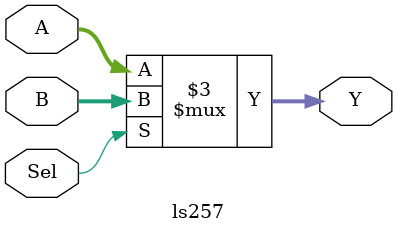
<source format=sv>
module ls257(
	output logic [3:0] Y,
	input logic [3:0] A, B, 
	input logic Sel);

	always_comb begin
		if(Sel) Y = B;	
		else Y = A;
	end
	

endmodule
</source>
